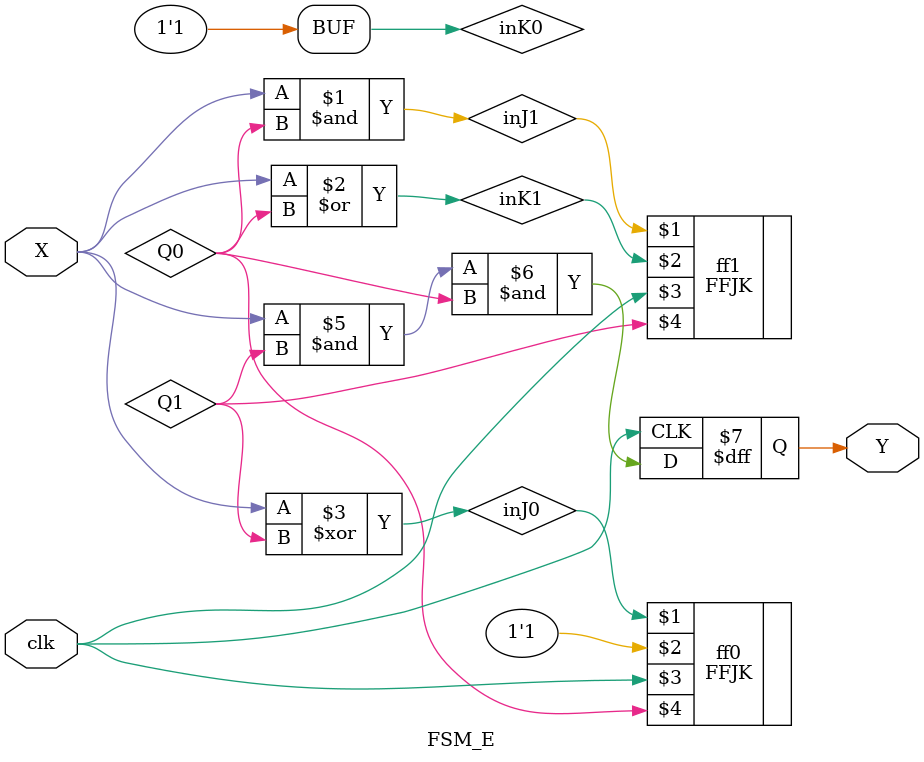
<source format=v>
module FSM_E(clk, X, Y );
input clk;
input X;
output reg Y;

    wire inJ1 , inK1, inJ0, inK0, Q1, Q0;

    FFJK ff1 (inJ1, inK1 ,clk ,Q1);
    FFJK ff0 (inJ0,inK0 ,clk ,Q0);

    //assign Q1 = ff1;
    //assign Q0 = ff0;

    assign inJ1 = X & Q0;
    assign inK1 = X | Q0;

    assign inJ0 = X ^ Q1;
    assign inK0 = 1'b1;
    
    

    
    always@(posedge clk) begin   
    

        Y = (X & Q1 & Q0);

    end
     
endmodule
</source>
